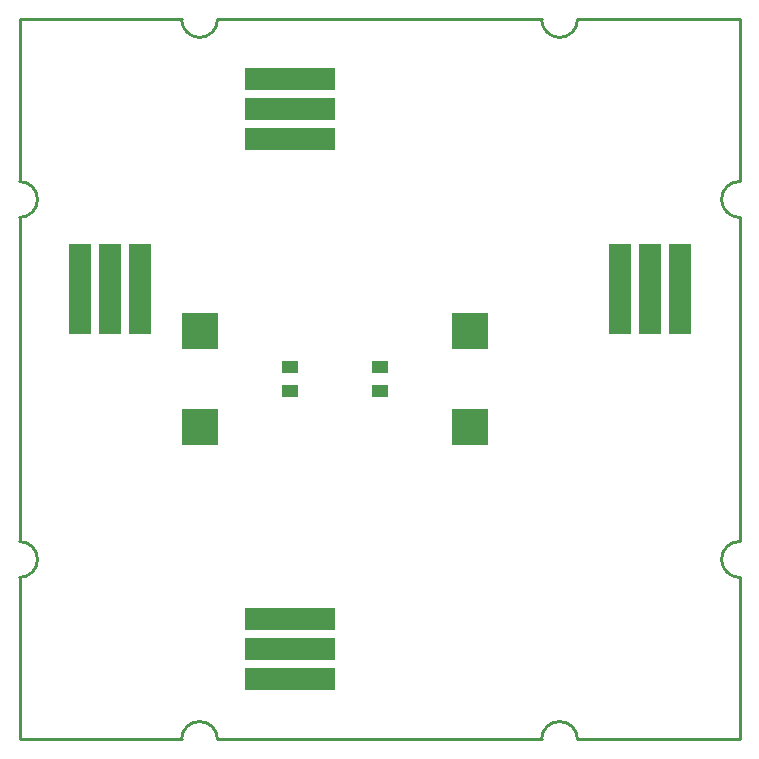
<source format=gbp>
G04 #@! TF.FileFunction,Paste,Bot*
%FSLAX46Y46*%
G04 Gerber Fmt 4.6, Leading zero omitted, Abs format (unit mm)*
G04 Created by KiCad (PCBNEW 4.0.1-3.201512221401+6198~38~ubuntu15.10.1-stable) date Thu Feb 18 21:59:59 2016*
%MOMM*%
G01*
G04 APERTURE LIST*
%ADD10C,0.152400*%
%ADD11C,0.254000*%
%ADD12R,1.422400X1.066800*%
%ADD13R,7.620000X1.905000*%
%ADD14R,1.905000X7.620000*%
%ADD15R,3.048000X3.048000*%
G04 APERTURE END LIST*
D10*
D11*
X44196000Y0D02*
X16764000Y0D01*
X60960000Y0D02*
X47244000Y0D01*
X60960000Y13716000D02*
X60960000Y0D01*
X60960000Y44196000D02*
X60960000Y16764000D01*
X60960000Y60960000D02*
X60960000Y47244000D01*
X47244000Y60960000D02*
X60960000Y60960000D01*
X16764000Y60960000D02*
X44196000Y60960000D01*
X0Y60960000D02*
X13716000Y60960000D01*
X0Y47244000D02*
X0Y60960000D01*
X0Y16764000D02*
X0Y44196000D01*
X0Y0D02*
X0Y13716000D01*
X13716000Y0D02*
X0Y0D01*
X60960000Y16764000D02*
G75*
G03X59436000Y15240000I0J-1524000D01*
G01*
X59436000Y15240000D02*
G75*
G03X60960000Y13716000I1524000J0D01*
G01*
X60960000Y47244000D02*
G75*
G03X59436000Y45720000I0J-1524000D01*
G01*
X59436000Y45720000D02*
G75*
G03X60960000Y44196000I1524000J0D01*
G01*
X44196000Y60960000D02*
G75*
G03X45720000Y59436000I1524000J0D01*
G01*
X45720000Y59436000D02*
G75*
G03X47244000Y60960000I0J1524000D01*
G01*
X13716000Y60960000D02*
G75*
G03X15240000Y59436000I1524000J0D01*
G01*
X15240000Y59436000D02*
G75*
G03X16764000Y60960000I0J1524000D01*
G01*
X0Y44196000D02*
G75*
G03X1524000Y45720000I0J1524000D01*
G01*
X1524000Y45720000D02*
G75*
G03X0Y47244000I-1524000J0D01*
G01*
X0Y13716000D02*
G75*
G03X1524000Y15240000I0J1524000D01*
G01*
X1524000Y15240000D02*
G75*
G03X0Y16764000I-1524000J0D01*
G01*
X16764000Y0D02*
G75*
G03X15240000Y1524000I-1524000J0D01*
G01*
X15240000Y1524000D02*
G75*
G03X13716000Y0I0J-1524000D01*
G01*
X45720000Y1524000D02*
G75*
G03X44196000Y0I0J-1524000D01*
G01*
X47244000Y0D02*
G75*
G03X45720000Y1524000I-1524000J0D01*
G01*
D12*
X30480000Y31496000D03*
X30480000Y29464000D03*
X22860000Y31496000D03*
X22860000Y29464000D03*
D13*
X22860000Y55880000D03*
X22860000Y53340000D03*
X22860000Y50800000D03*
X22860000Y10160000D03*
X22860000Y7620000D03*
X22860000Y5080000D03*
D14*
X55880000Y38100000D03*
X53340000Y38100000D03*
X50800000Y38100000D03*
X10160000Y38100000D03*
X7620000Y38100000D03*
X5080000Y38100000D03*
D15*
X15240000Y26416000D03*
X15240000Y34544000D03*
X38100000Y26416000D03*
X38100000Y34544000D03*
M02*

</source>
